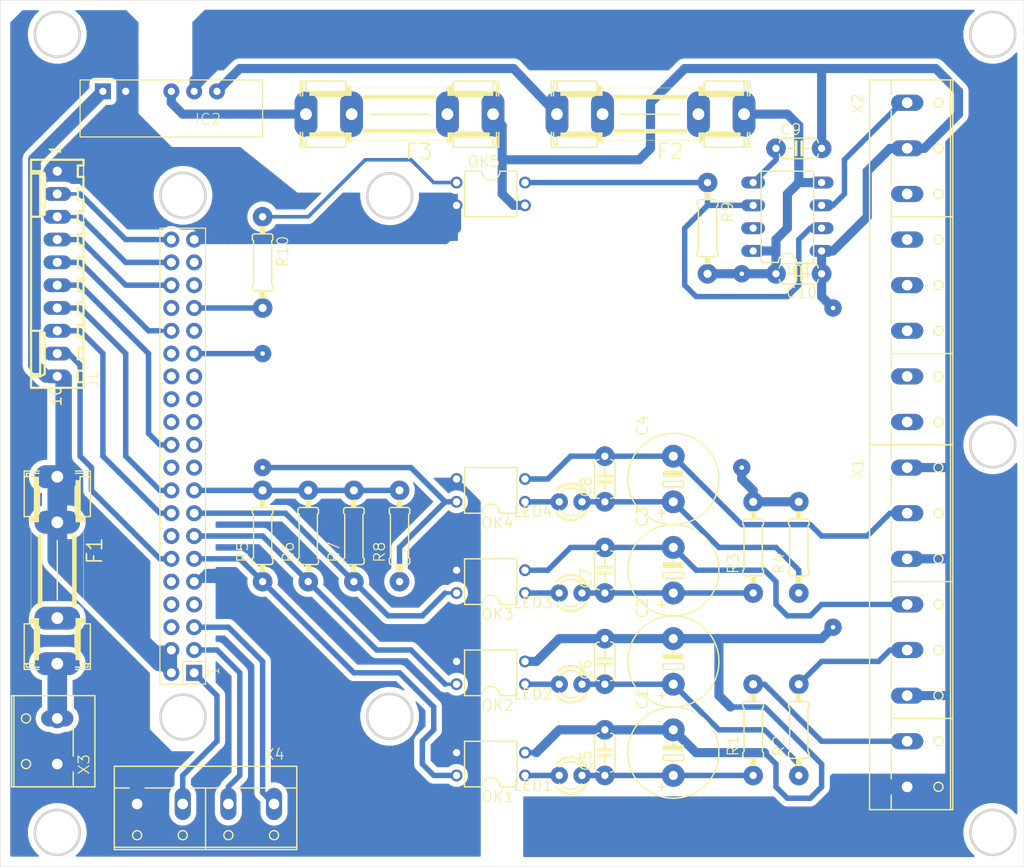
<source format=kicad_pcb>
(kicad_pcb (version 20171130) (host pcbnew 5.1.12-84ad8e8a86~92~ubuntu16.04.1)
  (layers (0 Top signal hide) (31 Bottom signal) (34 B.Paste user hide) (35 F.Paste user hide) (36 B.SilkS user hide) (37 F.SilkS user hide) (38 B.Mask user hide) (39 F.Mask user hide) (44 Edge.Cuts user))
  (net 0 "")
  (net 1 GND1)
  (net 2 +5V)
  (net 3 GND)
  (net 4 "Net-(OK1-Pad4)")
  (net 5 V-)
  (net 6 "Net-(LED1-PadK)")
  (net 7 "Net-(R1-Pad2)")
  (net 8 "Net-(C1-Pad+)")
  (net 9 "Net-(R2-Pad2)")
  (net 10 "Net-(C2-Pad+)")
  (net 11 V+)
  (net 12 "Net-(C3-Pad+)")
  (net 13 "Net-(C4-Pad+)")
  (net 14 "Net-(R5-Pad2)")
  (net 15 "Net-(OK2-Pad4)")
  (net 16 "Net-(OK3-Pad4)")
  (net 17 "Net-(OK4-Pad4)")
  (net 18 "Net-(IC1-Pad2)")
  (net 19 "Net-(R10-Pad2)")
  (net 20 "Net-(OK5-Pad1)")
  (net 21 "Net-(C3-Pad-)")
  (net 22 "Net-(C4-Pad-)")
  (net 23 "Net-(X2-Pad8)")
  (net 24 "Net-(X2-Pad7)")
  (net 25 "Net-(X2-Pad6)")
  (net 26 "Net-(X2-Pad5)")
  (net 27 "Net-(X2-Pad4)")
  (net 28 "Net-(X2-Pad3)")
  (net 29 "Net-(IC1-Pad3)")
  (net 30 "Net-(F1-Pad2A)")
  (net 31 "Net-(LED2-PadK)")
  (net 32 "Net-(LED3-PadK)")
  (net 33 "Net-(LED4-PadK)")
  (net 34 "Net-(C9-Pad1)")
  (net 35 "Net-(IC1-Pad7)")
  (net 36 "Net-(F2-Pad2A)")
  (net 37 "Net-(F3-Pad2A)")
  (net 38 "Net-(J1-Pad6)")
  (net 39 "Net-(J1-Pad5)")
  (net 40 "Net-(J1-Pad4)")
  (net 41 "Net-(J1-Pad7)")
  (net 42 "Net-(J1-Pad2)")
  (net 43 "Net-(J1-Pad3)")
  (net 44 "Net-(J1-Pad8)")
  (net 45 "Net-(J1-Pad9)")
  (net 46 "Net-(RPI1-Pad37)")
  (net 47 "Net-(RPI1-Pad35)")
  (net 48 "Net-(RPI1-Pad31)")
  (net 49 "Net-(RPI1-Pad28)")
  (net 50 "Net-(RPI1-Pad27)")
  (net 51 "Net-(RPI1-Pad26)")
  (net 52 "Net-(RPI1-Pad24)")
  (net 53 "Net-(RPI1-Pad23)")
  (net 54 "Net-(RPI1-Pad21)")
  (net 55 "Net-(RPI1-Pad19)")
  (net 56 "Net-(RPI1-Pad10)")
  (net 57 "Net-(RPI1-Pad8)")
  (net 58 "Net-(RPI1-Pad7)")
  (net 59 "Net-(RPI1-Pad5)")
  (net 60 "Net-(RPI1-Pad3)")
  (net 61 "Net-(RPI1-Pad1)")
  (module Capacitor_THT:C_Rect_L7.2mm_W11.0mm_P5.00mm_FKS2_FKP2_MKS2_MKP2 (layer Top) (at 236.25 90.2 90)
    (fp_text reference REF** (at 2.5 -6.75 90) (layer F.SilkS))
    (fp_text value C_Rect_L7.2mm_W11.0mm_P5.00mm_FKS2_FKP2_MKS2_MKP2)
    (pad 1 thru_hole circle (at 0 0 90) (size 1.6 1.6) (drill 0.8) (layers *.Cu *.Mask))
    (pad 2 thru_hole circle (at 5 0 90) (size 1.6 1.6) (drill 0.8) (layers *.Cu *.Mask))
  )
  (module Capacitor_THT:C_Rect_L7.2mm_W11.0mm_P5.00mm_FKS2_FKP2_MKS2_MKP2 (layer Top) (at 236.25 98.93 90)
    (fp_text reference REF** (at 2.5 -6.75 90) (layer F.SilkS))
    (fp_text value C_Rect_L7.2mm_W11.0mm_P5.00mm_FKS2_FKP2_MKS2_MKP2)
    (pad 1 thru_hole circle (at 0 0 90) (size 1.6 1.6) (drill 0.8) (layers *.Cu *.Mask))
    (pad 2 thru_hole circle (at 5 0 90) (size 1.6 1.6) (drill 0.8) (layers *.Cu *.Mask))
  )
  (module Capacitor_THT:C_Rect_L7.2mm_W11.0mm_P5.00mm_FKS2_FKP2_MKS2_MKP2 (layer Top) (at 236.56 107.66 90)
    (fp_text reference REF** (at 2.5 -6.75 90) (layer F.SilkS))
    (fp_text value C_Rect_L7.2mm_W11.0mm_P5.00mm_FKS2_FKP2_MKS2_MKP2)
    (pad 1 thru_hole circle (at 0 0 90) (size 1.6 1.6) (drill 0.8) (layers *.Cu *.Mask))
    (pad 2 thru_hole circle (at 5 0 90) (size 1.6 1.6) (drill 0.8) (layers *.Cu *.Mask))
  )
  (module Capacitor_THT:C_Rect_L7.2mm_W11.0mm_P5.00mm_FKS2_FKP2_MKS2_MKP2 (layer Top) (at 236.56 116.69 90)
    (fp_text reference REF** (at 2.5 -6.75 90) (layer F.SilkS))
    (fp_text value C_Rect_L7.2mm_W11.0mm_P5.00mm_FKS2_FKP2_MKS2_MKP2)
    (pad 1 thru_hole circle (at 0 0 90) (size 1.6 1.6) (drill 0.8) (layers *.Cu *.Mask))
    (pad 2 thru_hole circle (at 5 0 90) (size 1.6 1.6) (drill 0.8) (layers *.Cu *.Mask))
  )
  (module Capacitor_THT:C_Rect_L7.2mm_W11.0mm_P5.00mm_FKS2_FKP2_MKS2_MKP2 (layer Top) (at 235.95 151.3 90)
    (fp_text reference REF** (at 2.5 -6.75 90) (layer F.SilkS))
    (fp_text value C_Rect_L7.2mm_W11.0mm_P5.00mm_FKS2_FKP2_MKS2_MKP2)
    (pad 1 thru_hole circle (at 0 0 90) (size 1.6 1.6) (drill 0.8) (layers *.Cu *.Mask))
    (pad 2 thru_hole circle (at 5 0 90) (size 1.6 1.6) (drill 0.8) (layers *.Cu *.Mask))
  )
  (module Capacitor_THT:C_Rect_L7.2mm_W11.0mm_P5.00mm_FKS2_FKP2_MKS2_MKP2 (layer Top) (at 236.41 142.88 90)
    (fp_text reference REF** (at 2.5 -6.75 90) (layer F.SilkS))
    (fp_text value C_Rect_L7.2mm_W11.0mm_P5.00mm_FKS2_FKP2_MKS2_MKP2)
    (pad 1 thru_hole circle (at 0 0 90) (size 1.6 1.6) (drill 0.8) (layers *.Cu *.Mask))
    (pad 2 thru_hole circle (at 5 0 90) (size 1.6 1.6) (drill 0.8) (layers *.Cu *.Mask))
  )
  (module Capacitor_THT:C_Rect_L7.2mm_W11.0mm_P5.00mm_FKS2_FKP2_MKS2_MKP2 (layer Top) (at 236.41 134.3 90)
    (fp_text reference REF** (at 2.5 -6.75 90) (layer F.SilkS))
    (fp_text value C_Rect_L7.2mm_W11.0mm_P5.00mm_FKS2_FKP2_MKS2_MKP2)
    (pad 1 thru_hole circle (at 0 0 90) (size 1.6 1.6) (drill 0.8) (layers *.Cu *.Mask))
    (pad 2 thru_hole circle (at 5 0 90) (size 1.6 1.6) (drill 0.8) (layers *.Cu *.Mask))
  )
  (module Capacitor_THT:C_Rect_L7.2mm_W11.0mm_P5.00mm_FKS2_FKP2_MKS2_MKP2 (layer Top) (at 236.71 125.57 90)
    (fp_text reference REF** (at 2.5 -6.75 90) (layer F.SilkS))
    (fp_text value C_Rect_L7.2mm_W11.0mm_P5.00mm_FKS2_FKP2_MKS2_MKP2)
    (pad 1 thru_hole circle (at 0 0 90) (size 1.6 1.6) (drill 0.8) (layers *.Cu *.Mask))
    (pad 2 thru_hole circle (at 5 0 90) (size 1.6 1.6) (drill 0.8) (layers *.Cu *.Mask))
  )
  (module "" (layer Top) (at 234.88 133.68)
    (fp_text reference "" (at 237.33 150.07) (layer F.SilkS) (effects (font (size 1.27 1.27))))
    (fp_text value "" (at 237.33 150.07) (layer F.SilkS) (effects (font (size 1.27 1.27))))
  )
  (module lichsteuerung:RASPBERRYPI_BASTELSTUBE_V13_RASPI_BOARD_ZERO_FULL (layer Top) (at 113.1061 131.6686 90)
    (fp_text reference RPI1 hide)
    (fp_text value RPI-ZERO hide)
    (fp_text user 1 (at -0.318243 2.857631 90) (layer F.SilkS) (effects (font (size 0.9652 0.9652) (thickness 0.1016)) (justify left bottom)))
    (pad "" np_thru_hole circle (at 53.129256 -1.269868 90) (size 2.75 2.75) (drill 2.75) (layers *.Cu *.Mask))
    (pad "" np_thru_hole circle (at 53.129256 21.730131 90) (size 2.75 2.75) (drill 2.75) (layers *.Cu *.Mask))
    (pad "" np_thru_hole circle (at -4.870743 -1.269868 90) (size 2.75 2.75) (drill 2.75) (layers *.Cu *.Mask))
    (pad "" np_thru_hole circle (at -4.870743 21.730131 90) (size 2.75 2.75) (drill 2.75) (layers *.Cu *.Mask))
    (pad 40 thru_hole circle (at 48.259256 -2.539868 90) (size 1.778 1.778) (drill 1) (layers *.Cu *.Mask) (net 42 "Net-(J1-Pad2)"))
    (pad 39 thru_hole circle (at 48.259256 0.000131 90) (size 1.778 1.778) (drill 1) (layers *.Cu *.Mask) (net 3 GND))
    (pad 38 thru_hole circle (at 45.719256 -2.539868 90) (size 1.778 1.778) (drill 1) (layers *.Cu *.Mask) (net 43 "Net-(J1-Pad3)"))
    (pad 37 thru_hole circle (at 45.719256 0.000131 90) (size 1.778 1.778) (drill 1) (layers *.Cu *.Mask) (net 46 "Net-(RPI1-Pad37)"))
    (pad 36 thru_hole circle (at 43.179256 -2.539868 90) (size 1.778 1.778) (drill 1) (layers *.Cu *.Mask) (net 40 "Net-(J1-Pad4)"))
    (pad 35 thru_hole circle (at 43.179256 0.000131 90) (size 1.778 1.778) (drill 1) (layers *.Cu *.Mask) (net 47 "Net-(RPI1-Pad35)"))
    (pad 34 thru_hole circle (at 40.639256 -2.539868 90) (size 1.778 1.778) (drill 1) (layers *.Cu *.Mask) (net 3 GND))
    (pad 33 thru_hole circle (at 40.639256 0.000131 90) (size 1.778 1.778) (drill 1) (layers *.Cu *.Mask) (net 19 "Net-(R10-Pad2)"))
    (pad 32 thru_hole circle (at 38.099256 -2.539868 90) (size 1.778 1.778) (drill 1) (layers *.Cu *.Mask) (net 39 "Net-(J1-Pad5)"))
    (pad 31 thru_hole circle (at 38.099256 0.000131 90) (size 1.778 1.778) (drill 1) (layers *.Cu *.Mask) (net 48 "Net-(RPI1-Pad31)"))
    (pad 30 thru_hole circle (at 35.559256 -2.539868 90) (size 1.778 1.778) (drill 1) (layers *.Cu *.Mask) (net 3 GND))
    (pad 29 thru_hole circle (at 35.559256 0.000131 90) (size 1.778 1.778) (drill 1) (layers *.Cu *.Mask) (net 17 "Net-(OK4-Pad4)"))
    (pad 28 thru_hole circle (at 33.019256 -2.539868 90) (size 1.778 1.778) (drill 1) (layers *.Cu *.Mask) (net 49 "Net-(RPI1-Pad28)"))
    (pad 27 thru_hole circle (at 33.019256 0.000131 90) (size 1.778 1.778) (drill 1) (layers *.Cu *.Mask) (net 50 "Net-(RPI1-Pad27)"))
    (pad 26 thru_hole circle (at 30.479256 -2.539868 90) (size 1.778 1.778) (drill 1) (layers *.Cu *.Mask) (net 51 "Net-(RPI1-Pad26)"))
    (pad 25 thru_hole circle (at 30.479256 0.000131 90) (size 1.778 1.778) (drill 1) (layers *.Cu *.Mask) (net 3 GND))
    (pad 24 thru_hole circle (at 27.939256 -2.539868 90) (size 1.778 1.778) (drill 1) (layers *.Cu *.Mask) (net 52 "Net-(RPI1-Pad24)"))
    (pad 23 thru_hole circle (at 27.939256 0.000131 90) (size 1.778 1.778) (drill 1) (layers *.Cu *.Mask) (net 53 "Net-(RPI1-Pad23)"))
    (pad 22 thru_hole circle (at 25.399256 -2.539868 90) (size 1.778 1.778) (drill 1) (layers *.Cu *.Mask) (net 38 "Net-(J1-Pad6)"))
    (pad 21 thru_hole circle (at 25.399256 0.000131 90) (size 1.778 1.778) (drill 1) (layers *.Cu *.Mask) (net 54 "Net-(RPI1-Pad21)"))
    (pad 20 thru_hole circle (at 22.859256 -2.539868 90) (size 1.778 1.778) (drill 1) (layers *.Cu *.Mask) (net 3 GND))
    (pad 19 thru_hole circle (at 22.859256 0.000131 90) (size 1.778 1.778) (drill 1) (layers *.Cu *.Mask) (net 55 "Net-(RPI1-Pad19)"))
    (pad 18 thru_hole circle (at 20.319256 -2.539868 90) (size 1.778 1.778) (drill 1) (layers *.Cu *.Mask) (net 41 "Net-(J1-Pad7)"))
    (pad 17 thru_hole circle (at 20.319256 0.000131 90) (size 1.778 1.778) (drill 1) (layers *.Cu *.Mask) (net 14 "Net-(R5-Pad2)"))
    (pad 16 thru_hole circle (at 17.779256 -2.539868 90) (size 1.778 1.778) (drill 1) (layers *.Cu *.Mask) (net 44 "Net-(J1-Pad8)"))
    (pad 15 thru_hole circle (at 17.779256 0.000131 90) (size 1.778 1.778) (drill 1) (layers *.Cu *.Mask) (net 16 "Net-(OK3-Pad4)"))
    (pad 14 thru_hole circle (at 15.239256 -2.539868 90) (size 1.778 1.778) (drill 1) (layers *.Cu *.Mask) (net 3 GND))
    (pad 13 thru_hole circle (at 15.239256 0.000131 90) (size 1.778 1.778) (drill 1) (layers *.Cu *.Mask) (net 15 "Net-(OK2-Pad4)"))
    (pad 12 thru_hole circle (at 12.699256 -2.539868 90) (size 1.778 1.778) (drill 1) (layers *.Cu *.Mask) (net 45 "Net-(J1-Pad9)"))
    (pad 11 thru_hole circle (at 12.699256 0.000131 90) (size 1.778 1.778) (drill 1) (layers *.Cu *.Mask) (net 4 "Net-(OK1-Pad4)"))
    (pad 10 thru_hole circle (at 10.159256 -2.539868 90) (size 1.778 1.778) (drill 1) (layers *.Cu *.Mask) (net 56 "Net-(RPI1-Pad10)"))
    (pad 9 thru_hole circle (at 10.159256 0.000131 90) (size 1.778 1.778) (drill 1) (layers *.Cu *.Mask) (net 3 GND))
    (pad 8 thru_hole circle (at 7.619256 -2.539868 90) (size 1.778 1.778) (drill 1) (layers *.Cu *.Mask) (net 57 "Net-(RPI1-Pad8)"))
    (pad 7 thru_hole circle (at 7.619256 0.000131 90) (size 1.778 1.778) (drill 1) (layers *.Cu *.Mask) (net 58 "Net-(RPI1-Pad7)"))
    (pad 6 thru_hole circle (at 5.079256 -2.539868 90) (size 1.778 1.778) (drill 1) (layers *.Cu *.Mask) (net 3 GND))
    (pad 5 thru_hole circle (at 5.079256 0.000131 90) (size 1.778 1.778) (drill 1) (layers *.Cu *.Mask) (net 59 "Net-(RPI1-Pad5)"))
    (pad 4 thru_hole circle (at 2.539256 -2.539868 90) (size 1.778 1.778) (drill 1) (layers *.Cu *.Mask) (net 2 +5V))
    (pad 3 thru_hole circle (at 2.539256 0.000131 90) (size 1.778 1.778) (drill 1) (layers *.Cu *.Mask) (net 60 "Net-(RPI1-Pad3)"))
    (pad 2 thru_hole circle (at -0.000743 -2.539868 90) (size 1.778 1.778) (drill 1) (layers *.Cu *.Mask) (net 2 +5V))
    (pad 1 thru_hole rect (at -0.000743 0.000131 90) (size 1.778 1.778) (drill 1) (layers *.Cu *.Mask) (net 61 "Net-(RPI1-Pad1)"))
  )
  (module Package_DIP:DIP-16_W7.62mm (layer Top) (at 217.17 142.24 180)
    (fp_text reference REF** (at 3.81 -2.33) (layer F.SilkS))
    (fp_text value DIP-16_W7.62mm)
    (pad 16 thru_hole oval (at 7.62 0 180) (size 1.6 1.6) (drill 0.8) (layers *.Cu *.Mask))
    (pad 8 thru_hole oval (at 0 17.78 180) (size 1.6 1.6) (drill 0.8) (layers *.Cu *.Mask))
    (pad 15 thru_hole oval (at 7.62 2.54 180) (size 1.6 1.6) (drill 0.8) (layers *.Cu *.Mask))
    (pad 7 thru_hole oval (at 0 15.24 180) (size 1.6 1.6) (drill 0.8) (layers *.Cu *.Mask))
    (pad 14 thru_hole oval (at 7.62 5.08 180) (size 1.6 1.6) (drill 0.8) (layers *.Cu *.Mask))
    (pad 6 thru_hole oval (at 0 12.7 180) (size 1.6 1.6) (drill 0.8) (layers *.Cu *.Mask))
    (pad 13 thru_hole oval (at 7.62 7.62 180) (size 1.6 1.6) (drill 0.8) (layers *.Cu *.Mask))
    (pad 5 thru_hole oval (at 0 10.16 180) (size 1.6 1.6) (drill 0.8) (layers *.Cu *.Mask))
    (pad 12 thru_hole oval (at 7.62 10.16 180) (size 1.6 1.6) (drill 0.8) (layers *.Cu *.Mask))
    (pad 4 thru_hole oval (at 0 7.62 180) (size 1.6 1.6) (drill 0.8) (layers *.Cu *.Mask))
    (pad 11 thru_hole oval (at 7.62 12.7 180) (size 1.6 1.6) (drill 0.8) (layers *.Cu *.Mask))
    (pad 3 thru_hole oval (at 0 5.08 180) (size 1.6 1.6) (drill 0.8) (layers *.Cu *.Mask))
    (pad 10 thru_hole oval (at 7.62 15.24 180) (size 1.6 1.6) (drill 0.8) (layers *.Cu *.Mask))
    (pad 2 thru_hole oval (at 0 2.54 180) (size 1.6 1.6) (drill 0.8) (layers *.Cu *.Mask))
    (pad 9 thru_hole oval (at 7.62 17.78 180) (size 1.6 1.6) (drill 0.8) (layers *.Cu *.Mask))
    (pad 1 thru_hole rect (at 0 0 180) (size 1.6 1.6) (drill 0.8) (layers *.Cu *.Mask))
  )
  (module Package_DIP:DIP-16_W7.62mm (layer Top) (at 217.17 115.57 180)
    (fp_text reference REF** (at 3.81 -2.33) (layer F.SilkS))
    (fp_text value DIP-16_W7.62mm)
    (pad 16 thru_hole oval (at 7.62 0 180) (size 1.6 1.6) (drill 0.8) (layers *.Cu *.Mask))
    (pad 8 thru_hole oval (at 0 17.78 180) (size 1.6 1.6) (drill 0.8) (layers *.Cu *.Mask))
    (pad 15 thru_hole oval (at 7.62 2.54 180) (size 1.6 1.6) (drill 0.8) (layers *.Cu *.Mask))
    (pad 7 thru_hole oval (at 0 15.24 180) (size 1.6 1.6) (drill 0.8) (layers *.Cu *.Mask))
    (pad 14 thru_hole oval (at 7.62 5.08 180) (size 1.6 1.6) (drill 0.8) (layers *.Cu *.Mask))
    (pad 6 thru_hole oval (at 0 12.7 180) (size 1.6 1.6) (drill 0.8) (layers *.Cu *.Mask))
    (pad 13 thru_hole oval (at 7.62 7.62 180) (size 1.6 1.6) (drill 0.8) (layers *.Cu *.Mask))
    (pad 5 thru_hole oval (at 0 10.16 180) (size 1.6 1.6) (drill 0.8) (layers *.Cu *.Mask))
    (pad 12 thru_hole oval (at 7.62 10.16 180) (size 1.6 1.6) (drill 0.8) (layers *.Cu *.Mask))
    (pad 4 thru_hole oval (at 0 7.62 180) (size 1.6 1.6) (drill 0.8) (layers *.Cu *.Mask))
    (pad 11 thru_hole oval (at 7.62 12.7 180) (size 1.6 1.6) (drill 0.8) (layers *.Cu *.Mask))
    (pad 3 thru_hole oval (at 0 5.08 180) (size 1.6 1.6) (drill 0.8) (layers *.Cu *.Mask))
    (pad 10 thru_hole oval (at 7.62 15.24 180) (size 1.6 1.6) (drill 0.8) (layers *.Cu *.Mask))
    (pad 2 thru_hole oval (at 0 2.54 180) (size 1.6 1.6) (drill 0.8) (layers *.Cu *.Mask))
    (pad 9 thru_hole oval (at 7.62 17.78 180) (size 1.6 1.6) (drill 0.8) (layers *.Cu *.Mask))
    (pad 1 thru_hole rect (at 0 0 180) (size 1.6 1.6) (drill 0.8) (layers *.Cu *.Mask))
  )
  (module "" (layer Top) (at 97.8661 60.5486)
    (fp_text reference @HOLE0 hide)
    (fp_text value "" (at 0 0) (layer F.SilkS) (effects (font (size 1.27 1.27))))
    (pad "" np_thru_hole circle (at 0 0) (size 2.8 2.8) (drill 2.8) (layers *.Cu *.Mask))
  )
  (module "" (layer Top) (at 202.0061 60.5486)
    (fp_text reference @HOLE1 hide)
    (fp_text value "" (at 0 0) (layer F.SilkS) (effects (font (size 1.27 1.27))))
    (pad "" np_thru_hole circle (at 0 0) (size 2.8 2.8) (drill 2.8) (layers *.Cu *.Mask))
  )
  (module "" (layer Top) (at 202.0061 106.2686)
    (fp_text reference @HOLE2 hide)
    (fp_text value "" (at 0 0) (layer F.SilkS) (effects (font (size 1.27 1.27))))
    (pad "" np_thru_hole circle (at 0 0) (size 2.8 2.8) (drill 2.8) (layers *.Cu *.Mask))
  )
  (module "" (layer Top) (at 202.0061 106.2686)
    (fp_text reference @HOLE3 hide)
    (fp_text value "" (at 0 0) (layer F.SilkS) (effects (font (size 1.27 1.27))))
    (pad "" np_thru_hole circle (at 0 0) (size 2.8 2.8) (drill 2.8) (layers *.Cu *.Mask))
  )
  (module "" (layer Top) (at 202.0061 149.4486)
    (fp_text reference @HOLE4 hide)
    (fp_text value "" (at 0 0) (layer F.SilkS) (effects (font (size 1.27 1.27))))
    (pad "" np_thru_hole circle (at 0 0) (size 2.8 2.8) (drill 2.8) (layers *.Cu *.Mask))
  )
  (module "" (layer Top) (at 202.0061 149.4486)
    (fp_text reference @HOLE5 hide)
    (fp_text value "" (at 0 0) (layer F.SilkS) (effects (font (size 1.27 1.27))))
    (pad "" np_thru_hole circle (at 0 0) (size 2.8 2.8) (drill 2.8) (layers *.Cu *.Mask))
  )
  (module "" (layer Top) (at 97.8661 149.4486)
    (fp_text reference @HOLE6 hide)
    (fp_text value "" (at 0 0) (layer F.SilkS) (effects (font (size 1.27 1.27))))
    (pad "" np_thru_hole circle (at 0 0) (size 2.8 2.8) (drill 2.8) (layers *.Cu *.Mask))
  )
  (module lichsteuerung:E5-10,5 (layer Top) (at 166.4461 140.5586 90)
    (fp_text reference C1 (at 4.699 -2.7432 90) (layer F.SilkS) (effects (font (size 1.2065 1.2065) (thickness 0.127)) (justify left bottom)))
    (fp_text value 100u)
    (pad - thru_hole circle (at 2.54 0 90) (size 2.54 2.54) (drill 1.016) (layers *.Cu *.Mask) (net 5 V-))
    (pad + thru_hole circle (at -2.54 0 90) (size 2.54 2.54) (drill 1.016) (layers *.Cu *.Mask) (net 8 "Net-(C1-Pad+)"))
  )
  (module lichsteuerung:C050-024X044 (layer Top) (at 180.4161 87.2186 180)
    (fp_text reference C10 (at -2.159 -1.397 180) (layer F.SilkS) (effects (font (size 1.2065 1.2065) (thickness 0.127)) (justify right top)))
    (fp_text value 100n)
    (pad 2 thru_hole circle (at 2.54 0 180) (size 2.1844 2.1844) (drill 0.8128) (layers *.Cu *.Mask) (net 11 V+))
    (pad 1 thru_hole circle (at -2.54 0 180) (size 2.1844 2.1844) (drill 0.8128) (layers *.Cu *.Mask) (net 5 V-))
  )
  (module lichsteuerung:E5-10,5 (layer Top) (at 166.4461 130.3986 90)
    (fp_text reference C2 (at 4.699 -2.7432 90) (layer F.SilkS) (effects (font (size 1.2065 1.2065) (thickness 0.127)) (justify left bottom)))
    (fp_text value 100u)
    (pad - thru_hole circle (at 2.54 0 90) (size 2.54 2.54) (drill 1.016) (layers *.Cu *.Mask) (net 5 V-))
    (pad + thru_hole circle (at -2.54 0 90) (size 2.54 2.54) (drill 1.016) (layers *.Cu *.Mask) (net 10 "Net-(C2-Pad+)"))
  )
  (module lichsteuerung:E5-10,5 (layer Top) (at 166.4461 120.2386 90)
    (fp_text reference C3 (at 4.699 -2.7432 90) (layer F.SilkS) (effects (font (size 1.2065 1.2065) (thickness 0.127)) (justify left bottom)))
    (fp_text value 100u)
    (pad - thru_hole circle (at 2.54 0 90) (size 2.54 2.54) (drill 1.016) (layers *.Cu *.Mask) (net 21 "Net-(C3-Pad-)"))
    (pad + thru_hole circle (at -2.54 0 90) (size 2.54 2.54) (drill 1.016) (layers *.Cu *.Mask) (net 12 "Net-(C3-Pad+)"))
  )
  (module lichsteuerung:E5-10,5 (layer Top) (at 166.4461 110.0786 90)
    (fp_text reference C4 (at 4.699 -2.7432 90) (layer F.SilkS) (effects (font (size 1.2065 1.2065) (thickness 0.127)) (justify left bottom)))
    (fp_text value 100u)
    (pad - thru_hole circle (at 2.54 0 90) (size 2.54 2.54) (drill 1.016) (layers *.Cu *.Mask) (net 22 "Net-(C4-Pad-)"))
    (pad + thru_hole circle (at -2.54 0 90) (size 2.54 2.54) (drill 1.016) (layers *.Cu *.Mask) (net 13 "Net-(C4-Pad+)"))
  )
  (module lichsteuerung:C050-024X044 (layer Top) (at 158.8261 140.5586 90)
    (fp_text reference C5 (at -2.159 -1.397 90) (layer F.SilkS) (effects (font (size 1.2065 1.2065) (thickness 0.127)) (justify left bottom)))
    (fp_text value 100n)
    (pad 2 thru_hole circle (at 2.54 0 90) (size 2.1844 2.1844) (drill 0.8128) (layers *.Cu *.Mask) (net 5 V-))
    (pad 1 thru_hole circle (at -2.54 0 90) (size 2.1844 2.1844) (drill 0.8128) (layers *.Cu *.Mask) (net 8 "Net-(C1-Pad+)"))
  )
  (module lichsteuerung:C050-024X044 (layer Top) (at 158.8261 130.3986 90)
    (fp_text reference C6 (at -2.159 -1.397 90) (layer F.SilkS) (effects (font (size 1.2065 1.2065) (thickness 0.127)) (justify left bottom)))
    (fp_text value 100n)
    (pad 2 thru_hole circle (at 2.54 0 90) (size 2.1844 2.1844) (drill 0.8128) (layers *.Cu *.Mask) (net 5 V-))
    (pad 1 thru_hole circle (at -2.54 0 90) (size 2.1844 2.1844) (drill 0.8128) (layers *.Cu *.Mask) (net 10 "Net-(C2-Pad+)"))
  )
  (module lichsteuerung:C050-024X044 (layer Top) (at 158.8261 120.2386 90)
    (fp_text reference C7 (at -2.159 -1.397 90) (layer F.SilkS) (effects (font (size 1.2065 1.2065) (thickness 0.127)) (justify left bottom)))
    (fp_text value 100n)
    (pad 2 thru_hole circle (at 2.54 0 90) (size 2.1844 2.1844) (drill 0.8128) (layers *.Cu *.Mask) (net 21 "Net-(C3-Pad-)"))
    (pad 1 thru_hole circle (at -2.54 0 90) (size 2.1844 2.1844) (drill 0.8128) (layers *.Cu *.Mask) (net 12 "Net-(C3-Pad+)"))
  )
  (module lichsteuerung:C050-024X044 (layer Top) (at 158.8261 110.0786 90)
    (fp_text reference C8 (at -2.159 -1.397 90) (layer F.SilkS) (effects (font (size 1.2065 1.2065) (thickness 0.127)) (justify left bottom)))
    (fp_text value 100n)
    (pad 2 thru_hole circle (at 2.54 0 90) (size 2.1844 2.1844) (drill 0.8128) (layers *.Cu *.Mask) (net 22 "Net-(C4-Pad-)"))
    (pad 1 thru_hole circle (at -2.54 0 90) (size 2.1844 2.1844) (drill 0.8128) (layers *.Cu *.Mask) (net 13 "Net-(C4-Pad+)"))
  )
  (module lichsteuerung:C050-024X044 (layer Top) (at 180.4161 73.2486)
    (fp_text reference C9 (at -2.159 -1.397) (layer F.SilkS) (effects (font (size 1.2065 1.2065) (thickness 0.127)) (justify left bottom)))
    (fp_text value 100n)
    (pad 2 thru_hole circle (at 2.54 0) (size 2.1844 2.1844) (drill 0.8128) (layers *.Cu *.Mask) (net 5 V-))
    (pad 1 thru_hole circle (at -2.54 0) (size 2.1844 2.1844) (drill 0.8128) (layers *.Cu *.Mask) (net 34 "Net-(C9-Pad1)"))
  )
  (module lichsteuerung:DIL-08 (layer Top) (at 179.1461 80.8686 90)
    (fp_text reference IC1 (at -5.334 2.921 180) (layer F.SilkS) (effects (font (size 1.2065 1.2065) (thickness 0.127)) (justify right top)))
    (fp_text value NE555)
    (pad 5 thru_hole oval (at 3.81 -3.81 180) (size 2.6416 1.3208) (drill 0.8128) (layers *.Cu *.Mask) (net 34 "Net-(C9-Pad1)"))
    (pad 6 thru_hole oval (at 1.27 -3.81 180) (size 2.6416 1.3208) (drill 0.8128) (layers *.Cu *.Mask) (net 18 "Net-(IC1-Pad2)"))
    (pad 4 thru_hole oval (at 3.81 3.81 180) (size 2.6416 1.3208) (drill 0.8128) (layers *.Cu *.Mask) (net 11 V+))
    (pad 3 thru_hole oval (at 1.27 3.81 180) (size 2.6416 1.3208) (drill 0.8128) (layers *.Cu *.Mask) (net 29 "Net-(IC1-Pad3)"))
    (pad 8 thru_hole oval (at -3.81 -3.81 180) (size 2.6416 1.3208) (drill 0.8128) (layers *.Cu *.Mask) (net 11 V+))
    (pad 7 thru_hole oval (at -1.27 -3.81 180) (size 2.6416 1.3208) (drill 0.8128) (layers *.Cu *.Mask) (net 35 "Net-(IC1-Pad7)"))
    (pad 2 thru_hole oval (at -1.27 3.81 180) (size 2.6416 1.3208) (drill 0.8128) (layers *.Cu *.Mask) (net 18 "Net-(IC1-Pad2)"))
    (pad 1 thru_hole oval (at -3.81 3.81 180) (size 2.6416 1.3208) (drill 0.8128) (layers *.Cu *.Mask) (net 5 V-))
  )
  (module lichsteuerung:MURATA_DCDC_1W_SIP (layer Top) (at 102.9461 66.8986)
    (fp_text reference IC2 (at 10.16 3.81) (layer F.SilkS) (effects (font (size 1.2065 1.2065) (thickness 0.1016)) (justify left bottom)))
    (fp_text value NMA0505SC)
    (pad 6 thru_hole circle (at 12.7 0) (size 1.778 1.778) (drill 0.8) (layers *.Cu *.Mask) (net 36 "Net-(F2-Pad2A)"))
    (pad 5 thru_hole circle (at 10.16 0) (size 1.778 1.778) (drill 0.8) (layers *.Cu *.Mask) (net 1 GND1))
    (pad 4 thru_hole circle (at 7.62 0) (size 1.778 1.778) (drill 0.8) (layers *.Cu *.Mask) (net 37 "Net-(F3-Pad2A)"))
    (pad 2 thru_hole circle (at 2.54 0) (size 1.778 1.778) (drill 0.8) (layers *.Cu *.Mask) (net 3 GND))
    (pad 1 thru_hole rect (at 0 0) (size 1.778 1.778) (drill 0.8) (layers *.Cu *.Mask) (net 2 +5V))
  )
  (module lichsteuerung:6410-10 (layer Top) (at 97.8661 87.2186 90)
    (fp_text reference J1 (at -12.6731 4.5989 90) (layer F.SilkS) (effects (font (size 0.9652 0.9652) (thickness 0.1016)) (justify left bottom)))
    (fp_text value 22-?-1027-2101)
    (fp_text user 10 (at -14.8859 0.5603 90) (layer F.SilkS) (effects (font (size 1.2065 1.2065) (thickness 0.1778)) (justify left bottom)))
    (fp_text user 1 (at 13.1811 0.4841 90) (layer F.SilkS) (effects (font (size 1.2065 1.2065) (thickness 0.1778)) (justify left bottom)))
    (pad 6 thru_hole oval (at -1.27 0 180) (size 3.048 1.524) (drill 1.016) (layers *.Cu *.Mask) (net 38 "Net-(J1-Pad6)"))
    (pad 5 thru_hole oval (at 1.27 0 180) (size 3.048 1.524) (drill 1.016) (layers *.Cu *.Mask) (net 39 "Net-(J1-Pad5)"))
    (pad 4 thru_hole oval (at 3.81 0 180) (size 3.048 1.524) (drill 1.016) (layers *.Cu *.Mask) (net 40 "Net-(J1-Pad4)"))
    (pad 7 thru_hole oval (at -3.81 0 180) (size 3.048 1.524) (drill 1.016) (layers *.Cu *.Mask) (net 41 "Net-(J1-Pad7)"))
    (pad 1 thru_hole oval (at 11.43 0 180) (size 3.048 1.524) (drill 1.016) (layers *.Cu *.Mask) (net 3 GND))
    (pad 2 thru_hole oval (at 8.89 0 180) (size 3.048 1.524) (drill 1.016) (layers *.Cu *.Mask) (net 42 "Net-(J1-Pad2)"))
    (pad 3 thru_hole oval (at 6.35 0 180) (size 3.048 1.524) (drill 1.016) (layers *.Cu *.Mask) (net 43 "Net-(J1-Pad3)"))
    (pad 8 thru_hole oval (at -6.35 0 180) (size 3.048 1.524) (drill 1.016) (layers *.Cu *.Mask) (net 44 "Net-(J1-Pad8)"))
    (pad 9 thru_hole oval (at -8.89 0 180) (size 3.048 1.524) (drill 1.016) (layers *.Cu *.Mask) (net 45 "Net-(J1-Pad9)"))
    (pad 10 thru_hole oval (at -11.43 0 180) (size 3.048 1.524) (drill 1.016) (layers *.Cu *.Mask) (net 2 +5V))
  )
  (module lichsteuerung:LED3MM (layer Top) (at 155.0161 143.0986 180)
    (fp_text reference LED1 (at 1.905 -0.381 180) (layer F.SilkS) (effects (font (size 1.2065 1.2065) (thickness 0.127)) (justify right top)))
    (fp_text value LED3MM)
    (pad K thru_hole circle (at 1.27 0 180) (size 1.9304 1.9304) (drill 0.8128) (layers *.Cu *.Mask) (net 6 "Net-(LED1-PadK)"))
    (pad A thru_hole circle (at -1.27 0 180) (size 1.9304 1.9304) (drill 0.8128) (layers *.Cu *.Mask) (net 8 "Net-(C1-Pad+)"))
  )
  (module lichsteuerung:LED3MM (layer Top) (at 155.0161 132.9386 180)
    (fp_text reference LED2 (at 1.905 -0.381 180) (layer F.SilkS) (effects (font (size 1.2065 1.2065) (thickness 0.127)) (justify right top)))
    (fp_text value LED3MM)
    (pad K thru_hole circle (at 1.27 0 180) (size 1.9304 1.9304) (drill 0.8128) (layers *.Cu *.Mask) (net 31 "Net-(LED2-PadK)"))
    (pad A thru_hole circle (at -1.27 0 180) (size 1.9304 1.9304) (drill 0.8128) (layers *.Cu *.Mask) (net 10 "Net-(C2-Pad+)"))
  )
  (module lichsteuerung:LED3MM (layer Top) (at 155.0161 122.7786 180)
    (fp_text reference LED3 (at 1.905 -0.381 180) (layer F.SilkS) (effects (font (size 1.2065 1.2065) (thickness 0.127)) (justify right top)))
    (fp_text value LED3MM)
    (pad K thru_hole circle (at 1.27 0 180) (size 1.9304 1.9304) (drill 0.8128) (layers *.Cu *.Mask) (net 32 "Net-(LED3-PadK)"))
    (pad A thru_hole circle (at -1.27 0 180) (size 1.9304 1.9304) (drill 0.8128) (layers *.Cu *.Mask) (net 12 "Net-(C3-Pad+)"))
  )
  (module lichsteuerung:LED3MM (layer Top) (at 155.0161 112.6186 180)
    (fp_text reference LED4 (at 1.905 -0.381 180) (layer F.SilkS) (effects (font (size 1.2065 1.2065) (thickness 0.127)) (justify right top)))
    (fp_text value LED3MM)
    (pad K thru_hole circle (at 1.27 0 180) (size 1.9304 1.9304) (drill 0.8128) (layers *.Cu *.Mask) (net 33 "Net-(LED4-PadK)"))
    (pad A thru_hole circle (at -1.27 0 180) (size 1.9304 1.9304) (drill 0.8128) (layers *.Cu *.Mask) (net 13 "Net-(C4-Pad+)"))
  )
  (module lichsteuerung:DIL04 (layer Top) (at 146.1261 141.8286 90)
    (fp_text reference OK1 (at -2.921 2.667 180) (layer F.SilkS) (effects (font (size 1.2065 1.2065) (thickness 0.127)) (justify right top)))
    (fp_text value PC817)
    (pad 4 thru_hole circle (at -1.27 -3.81 180) (size 1.3208 1.3208) (drill 0.8128) (layers *.Cu *.Mask) (net 4 "Net-(OK1-Pad4)"))
    (pad 3 thru_hole circle (at 1.27 -3.81 180) (size 1.3208 1.3208) (drill 0.8128) (layers *.Cu *.Mask) (net 3 GND))
    (pad 2 thru_hole circle (at 1.27 3.81) (size 1.3208 1.3208) (drill 0.8128) (layers *.Cu *.Mask) (net 5 V-))
    (pad 1 thru_hole circle (at -1.27 3.81) (size 1.3208 1.3208) (drill 0.8128) (layers *.Cu *.Mask) (net 6 "Net-(LED1-PadK)"))
  )
  (module lichsteuerung:DIL04 (layer Top) (at 146.1261 131.6686 90)
    (fp_text reference OK2 (at -2.921 2.667 180) (layer F.SilkS) (effects (font (size 1.2065 1.2065) (thickness 0.127)) (justify right top)))
    (fp_text value PC817)
    (pad 4 thru_hole circle (at -1.27 -3.81 180) (size 1.3208 1.3208) (drill 0.8128) (layers *.Cu *.Mask) (net 15 "Net-(OK2-Pad4)"))
    (pad 3 thru_hole circle (at 1.27 -3.81 180) (size 1.3208 1.3208) (drill 0.8128) (layers *.Cu *.Mask) (net 3 GND))
    (pad 2 thru_hole circle (at 1.27 3.81) (size 1.3208 1.3208) (drill 0.8128) (layers *.Cu *.Mask) (net 5 V-))
    (pad 1 thru_hole circle (at -1.27 3.81) (size 1.3208 1.3208) (drill 0.8128) (layers *.Cu *.Mask) (net 31 "Net-(LED2-PadK)"))
  )
  (module lichsteuerung:DIL04 (layer Top) (at 146.1261 121.5086 90)
    (fp_text reference OK3 (at -2.921 2.667 180) (layer F.SilkS) (effects (font (size 1.2065 1.2065) (thickness 0.127)) (justify right top)))
    (fp_text value PC817)
    (pad 4 thru_hole circle (at -1.27 -3.81 180) (size 1.3208 1.3208) (drill 0.8128) (layers *.Cu *.Mask) (net 16 "Net-(OK3-Pad4)"))
    (pad 3 thru_hole circle (at 1.27 -3.81 180) (size 1.3208 1.3208) (drill 0.8128) (layers *.Cu *.Mask) (net 3 GND))
    (pad 2 thru_hole circle (at 1.27 3.81) (size 1.3208 1.3208) (drill 0.8128) (layers *.Cu *.Mask) (net 21 "Net-(C3-Pad-)"))
    (pad 1 thru_hole circle (at -1.27 3.81) (size 1.3208 1.3208) (drill 0.8128) (layers *.Cu *.Mask) (net 32 "Net-(LED3-PadK)"))
  )
  (module lichsteuerung:DIL04 (layer Top) (at 146.1261 111.3486 90)
    (fp_text reference OK4 (at -2.921 2.667 180) (layer F.SilkS) (effects (font (size 1.2065 1.2065) (thickness 0.127)) (justify right top)))
    (fp_text value PC817)
    (pad 4 thru_hole circle (at -1.27 -3.81 180) (size 1.3208 1.3208) (drill 0.8128) (layers *.Cu *.Mask) (net 17 "Net-(OK4-Pad4)"))
    (pad 3 thru_hole circle (at 1.27 -3.81 180) (size 1.3208 1.3208) (drill 0.8128) (layers *.Cu *.Mask) (net 3 GND))
    (pad 2 thru_hole circle (at 1.27 3.81) (size 1.3208 1.3208) (drill 0.8128) (layers *.Cu *.Mask) (net 22 "Net-(C4-Pad-)"))
    (pad 1 thru_hole circle (at -1.27 3.81) (size 1.3208 1.3208) (drill 0.8128) (layers *.Cu *.Mask) (net 33 "Net-(LED4-PadK)"))
  )
  (module lichsteuerung:DIL04 (layer Top) (at 146.1261 78.3286 270)
    (fp_text reference OK5 (at -2.921 2.667) (layer F.SilkS) (effects (font (size 1.2065 1.2065) (thickness 0.127)) (justify left bottom)))
    (fp_text value PC817)
    (pad 4 thru_hole circle (at -1.27 -3.81) (size 1.3208 1.3208) (drill 0.8128) (layers *.Cu *.Mask) (net 18 "Net-(IC1-Pad2)"))
    (pad 3 thru_hole circle (at 1.27 -3.81) (size 1.3208 1.3208) (drill 0.8128) (layers *.Cu *.Mask) (net 5 V-))
    (pad 2 thru_hole circle (at 1.27 3.81 180) (size 1.3208 1.3208) (drill 0.8128) (layers *.Cu *.Mask) (net 3 GND))
    (pad 1 thru_hole circle (at -1.27 3.81 180) (size 1.3208 1.3208) (drill 0.8128) (layers *.Cu *.Mask) (net 20 "Net-(OK5-Pad1)"))
  )
  (module lichsteuerung:0207_10 (layer Top) (at 175.3361 138.0186 90)
    (fp_text reference R1 (at -3.048 -1.524 90) (layer F.SilkS) (effects (font (size 1.2065 1.2065) (thickness 0.127)) (justify left bottom)))
    (fp_text value 1K)
    (pad 2 thru_hole circle (at 5.08 0 90) (size 2.1844 2.1844) (drill 0.9) (layers *.Cu *.Mask) (net 7 "Net-(R1-Pad2)"))
    (pad 1 thru_hole circle (at -5.08 0 90) (size 2.1844 2.1844) (drill 0.8128) (layers *.Cu *.Mask) (net 8 "Net-(C1-Pad+)"))
  )
  (module lichsteuerung:0207_10 (layer Top) (at 120.7261 85.9486 270)
    (fp_text reference R10 (at -3.048 -1.524 270) (layer F.SilkS) (effects (font (size 1.2065 1.2065) (thickness 0.127)) (justify right top)))
    (fp_text value 2K2)
    (pad 2 thru_hole circle (at 5.08 0 270) (size 2.1844 2.1844) (drill 0.9) (layers *.Cu *.Mask) (net 19 "Net-(R10-Pad2)"))
    (pad 1 thru_hole circle (at -5.08 0 270) (size 2.1844 2.1844) (drill 0.8128) (layers *.Cu *.Mask) (net 20 "Net-(OK5-Pad1)"))
  )
  (module lichsteuerung:0207_10 (layer Top) (at 180.4161 138.0186 90)
    (fp_text reference R2 (at -3.048 -1.524 90) (layer F.SilkS) (effects (font (size 1.2065 1.2065) (thickness 0.127)) (justify left bottom)))
    (fp_text value 1K)
    (pad 2 thru_hole circle (at 5.08 0 90) (size 2.1844 2.1844) (drill 0.9) (layers *.Cu *.Mask) (net 9 "Net-(R2-Pad2)"))
    (pad 1 thru_hole circle (at -5.08 0 90) (size 2.1844 2.1844) (drill 0.8128) (layers *.Cu *.Mask) (net 10 "Net-(C2-Pad+)"))
  )
  (module lichsteuerung:0207_10 (layer Top) (at 175.3361 117.6986 90)
    (fp_text reference R3 (at -3.048 -1.524 90) (layer F.SilkS) (effects (font (size 1.2065 1.2065) (thickness 0.127)) (justify left bottom)))
    (fp_text value 1K)
    (pad 2 thru_hole circle (at 5.08 0 90) (size 2.1844 2.1844) (drill 0.9) (layers *.Cu *.Mask) (net 11 V+))
    (pad 1 thru_hole circle (at -5.08 0 90) (size 2.1844 2.1844) (drill 0.8128) (layers *.Cu *.Mask) (net 12 "Net-(C3-Pad+)"))
  )
  (module lichsteuerung:0207_10 (layer Top) (at 180.4161 117.6986 90)
    (fp_text reference R4 (at -3.048 -1.524 90) (layer F.SilkS) (effects (font (size 1.2065 1.2065) (thickness 0.127)) (justify left bottom)))
    (fp_text value 1K)
    (pad 2 thru_hole circle (at 5.08 0 90) (size 2.1844 2.1844) (drill 0.9) (layers *.Cu *.Mask) (net 11 V+))
    (pad 1 thru_hole circle (at -5.08 0 90) (size 2.1844 2.1844) (drill 0.8128) (layers *.Cu *.Mask) (net 13 "Net-(C4-Pad+)"))
  )
  (module lichsteuerung:0207_10 (layer Top) (at 120.7261 116.4286 90)
    (fp_text reference R5 (at -3.048 -1.524 90) (layer F.SilkS) (effects (font (size 1.2065 1.2065) (thickness 0.127)) (justify left bottom)))
    (fp_text value 10K)
    (pad 2 thru_hole circle (at 5.08 0 90) (size 2.1844 2.1844) (drill 0.9) (layers *.Cu *.Mask) (net 14 "Net-(R5-Pad2)"))
    (pad 1 thru_hole circle (at -5.08 0 90) (size 2.1844 2.1844) (drill 0.8128) (layers *.Cu *.Mask) (net 4 "Net-(OK1-Pad4)"))
  )
  (module lichsteuerung:0207_10 (layer Top) (at 125.8061 116.4286 90)
    (fp_text reference R6 (at -3.048 -1.524 90) (layer F.SilkS) (effects (font (size 1.2065 1.2065) (thickness 0.127)) (justify left bottom)))
    (fp_text value 10K)
    (pad 2 thru_hole circle (at 5.08 0 90) (size 2.1844 2.1844) (drill 0.9) (layers *.Cu *.Mask) (net 14 "Net-(R5-Pad2)"))
    (pad 1 thru_hole circle (at -5.08 0 90) (size 2.1844 2.1844) (drill 0.8128) (layers *.Cu *.Mask) (net 15 "Net-(OK2-Pad4)"))
  )
  (module lichsteuerung:0207_10 (layer Top) (at 130.8861 116.4286 90)
    (fp_text reference R7 (at -3.048 -1.524 90) (layer F.SilkS) (effects (font (size 1.2065 1.2065) (thickness 0.127)) (justify left bottom)))
    (fp_text value 10K)
    (pad 2 thru_hole circle (at 5.08 0 90) (size 2.1844 2.1844) (drill 0.9) (layers *.Cu *.Mask) (net 14 "Net-(R5-Pad2)"))
    (pad 1 thru_hole circle (at -5.08 0 90) (size 2.1844 2.1844) (drill 0.8128) (layers *.Cu *.Mask) (net 16 "Net-(OK3-Pad4)"))
  )
  (module lichsteuerung:0207_10 (layer Top) (at 135.9661 116.4286 90)
    (fp_text reference R8 (at -3.048 -1.524 90) (layer F.SilkS) (effects (font (size 1.2065 1.2065) (thickness 0.127)) (justify left bottom)))
    (fp_text value 10K)
    (pad 2 thru_hole circle (at 5.08 0 90) (size 2.1844 2.1844) (drill 0.9) (layers *.Cu *.Mask) (net 14 "Net-(R5-Pad2)"))
    (pad 1 thru_hole circle (at -5.08 0 90) (size 2.1844 2.1844) (drill 0.8128) (layers *.Cu *.Mask) (net 17 "Net-(OK4-Pad4)"))
  )
  (module lichsteuerung:0207_10 (layer Top) (at 170.2561 82.1386 270)
    (fp_text reference R9 (at -3.048 -1.524 270) (layer F.SilkS) (effects (font (size 1.2065 1.2065) (thickness 0.127)) (justify right top)))
    (fp_text value 10k)
    (pad 2 thru_hole circle (at 5.08 0 270) (size 2.1844 2.1844) (drill 0.9) (layers *.Cu *.Mask) (net 11 V+))
    (pad 1 thru_hole circle (at -5.08 0 270) (size 2.1844 2.1844) (drill 0.8128) (layers *.Cu *.Mask) (net 18 "Net-(IC1-Pad2)"))
  )
  (module lichsteuerung:W237-8P (layer Top) (at 193.1161 126.5886 270)
    (fp_text reference X1 (at -18.923 6.858 270) (layer F.SilkS) (effects (font (size 1.2065 1.2065) (thickness 0.127)) (justify right top)))
    (fp_text value W237-08P)
    (pad 8 thru_hole oval (at 17.78 0.635) (size 3.5814 1.7907) (drill 1.1938) (layers *.Cu *.Mask) (net 1 GND1))
    (pad 7 thru_hole oval (at 12.7 0.635) (size 3.5814 1.7907) (drill 1.1938) (layers *.Cu *.Mask) (net 7 "Net-(R1-Pad2)"))
    (pad 6 thru_hole oval (at 7.62 0.635) (size 3.5814 1.7907) (drill 1.1938) (layers *.Cu *.Mask) (net 1 GND1))
    (pad 5 thru_hole oval (at 2.54 0.635) (size 3.5814 1.7907) (drill 1.1938) (layers *.Cu *.Mask) (net 9 "Net-(R2-Pad2)"))
    (pad 4 thru_hole oval (at -2.54 0.635) (size 3.5814 1.7907) (drill 1.1938) (layers *.Cu *.Mask) (net 21 "Net-(C3-Pad-)"))
    (pad 3 thru_hole oval (at -7.62 0.635) (size 3.5814 1.7907) (drill 1.1938) (layers *.Cu *.Mask) (net 1 GND1))
    (pad 2 thru_hole oval (at -12.7 0.635) (size 3.5814 1.7907) (drill 1.1938) (layers *.Cu *.Mask) (net 22 "Net-(C4-Pad-)"))
    (pad 1 thru_hole oval (at -17.78 0.635) (size 3.5814 1.7907) (drill 1.1938) (layers *.Cu *.Mask) (net 1 GND1))
  )
  (module lichsteuerung:W237-8P (layer Top) (at 193.1161 85.9486 270)
    (fp_text reference X2 (at -18.923 6.858 270) (layer F.SilkS) (effects (font (size 1.2065 1.2065) (thickness 0.127)) (justify right top)))
    (fp_text value W237-08P)
    (pad 8 thru_hole oval (at 17.78 0.635) (size 3.5814 1.7907) (drill 1.1938) (layers *.Cu *.Mask) (net 23 "Net-(X2-Pad8)"))
    (pad 7 thru_hole oval (at 12.7 0.635) (size 3.5814 1.7907) (drill 1.1938) (layers *.Cu *.Mask) (net 24 "Net-(X2-Pad7)"))
    (pad 6 thru_hole oval (at 7.62 0.635) (size 3.5814 1.7907) (drill 1.1938) (layers *.Cu *.Mask) (net 25 "Net-(X2-Pad6)"))
    (pad 5 thru_hole oval (at 2.54 0.635) (size 3.5814 1.7907) (drill 1.1938) (layers *.Cu *.Mask) (net 26 "Net-(X2-Pad5)"))
    (pad 4 thru_hole oval (at -2.54 0.635) (size 3.5814 1.7907) (drill 1.1938) (layers *.Cu *.Mask) (net 27 "Net-(X2-Pad4)"))
    (pad 3 thru_hole oval (at -7.62 0.635) (size 3.5814 1.7907) (drill 1.1938) (layers *.Cu *.Mask) (net 28 "Net-(X2-Pad3)"))
    (pad 2 thru_hole oval (at -12.7 0.635) (size 3.5814 1.7907) (drill 1.1938) (layers *.Cu *.Mask) (net 5 V-))
    (pad 1 thru_hole oval (at -17.78 0.635) (size 3.5814 1.7907) (drill 1.1938) (layers *.Cu *.Mask) (net 29 "Net-(IC1-Pad3)"))
  )
  (module lichsteuerung:W237-132 (layer Top) (at 97.2311 139.2886 90)
    (fp_text reference X3 (at -3.81 4.318 90) (layer F.SilkS) (effects (font (size 1.2065 1.2065) (thickness 0.127)) (justify left bottom)))
    (fp_text value W237-02P)
    (pad 2 thru_hole oval (at 2.54 0.635 180) (size 3.5814 1.7907) (drill 1.1938) (layers *.Cu *.Mask) (net 30 "Net-(F1-Pad2A)"))
    (pad 1 thru_hole oval (at -2.54 0.635 180) (size 3.5814 1.7907) (drill 1.1938) (layers *.Cu *.Mask) (net 3 GND))
  )
  (module lichsteuerung:SHK20L (layer Top) (at 97.8661 120.2386 270)
    (fp_text reference F1 (at -3.81 -3.175 270) (layer F.SilkS) (effects (font (size 1.6891 1.6891) (thickness 0.1778)) (justify right top)))
    (fp_text value FUSESHK20L)
    (pad 1B thru_hole oval (at -5.334 0) (size 5.08 2.54) (drill 1.3208) (layers *.Cu *.Mask))
    (pad 2B thru_hole oval (at 5.334 0) (size 5.08 2.54) (drill 1.3208) (layers *.Cu *.Mask))
    (pad 2A thru_hole oval (at 10.414 0) (size 5.08 2.54) (drill 1.3208) (layers *.Cu *.Mask) (net 30 "Net-(F1-Pad2A)"))
    (pad 1A thru_hole oval (at -10.414 0) (size 5.08 2.54) (drill 1.3208) (layers *.Cu *.Mask) (net 2 +5V))
  )
  (module lichsteuerung:SHK20L (layer Top) (at 163.9061 69.4386 180)
    (fp_text reference F2 (at -3.81 -3.175 180) (layer F.SilkS) (effects (font (size 1.6891 1.6891) (thickness 0.1778)) (justify right top)))
    (fp_text value FUSESHK20L)
    (pad 1B thru_hole oval (at -5.334 0 270) (size 5.08 2.54) (drill 1.3208) (layers *.Cu *.Mask))
    (pad 2B thru_hole oval (at 5.334 0 270) (size 5.08 2.54) (drill 1.3208) (layers *.Cu *.Mask))
    (pad 2A thru_hole oval (at 10.414 0 270) (size 5.08 2.54) (drill 1.3208) (layers *.Cu *.Mask) (net 36 "Net-(F2-Pad2A)"))
    (pad 1A thru_hole oval (at -10.414 0 270) (size 5.08 2.54) (drill 1.3208) (layers *.Cu *.Mask) (net 11 V+))
  )
  (module lichsteuerung:SHK20L (layer Top) (at 135.9661 69.4386 180)
    (fp_text reference F3 (at -3.81 -3.175 180) (layer F.SilkS) (effects (font (size 1.6891 1.6891) (thickness 0.1778)) (justify right top)))
    (fp_text value FUSESHK20L)
    (pad 1B thru_hole oval (at -5.334 0 270) (size 5.08 2.54) (drill 1.3208) (layers *.Cu *.Mask))
    (pad 2B thru_hole oval (at 5.334 0 270) (size 5.08 2.54) (drill 1.3208) (layers *.Cu *.Mask))
    (pad 2A thru_hole oval (at 10.414 0 270) (size 5.08 2.54) (drill 1.3208) (layers *.Cu *.Mask) (net 37 "Net-(F3-Pad2A)"))
    (pad 1A thru_hole oval (at -10.414 0 270) (size 5.08 2.54) (drill 1.3208) (layers *.Cu *.Mask) (net 5 V-))
  )
  (module lichsteuerung:W237-4P (layer Top) (at 114.3761 146.9086 180)
    (fp_text reference X4 (at -8.89 6.858 180) (layer F.SilkS) (effects (font (size 1.2065 1.2065) (thickness 0.127)) (justify right top)))
    (fp_text value W237-04P)
    (pad 4 thru_hole oval (at 7.62 0.635 270) (size 3.5814 1.7907) (drill 1.1938) (layers *.Cu *.Mask) (net 3 GND))
    (pad 3 thru_hole oval (at 2.54 0.635 270) (size 3.5814 1.7907) (drill 1.1938) (layers *.Cu *.Mask) (net 61 "Net-(RPI1-Pad1)"))
    (pad 2 thru_hole oval (at -2.54 0.635 270) (size 3.5814 1.7907) (drill 1.1938) (layers *.Cu *.Mask) (net 60 "Net-(RPI1-Pad3)"))
    (pad 1 thru_hole oval (at -7.62 0.635 270) (size 3.5814 1.7907) (drill 1.1938) (layers *.Cu *.Mask) (net 59 "Net-(RPI1-Pad5)"))
  )
  (gr_line (start 91.5161 153.2586) (end 205.4861 153.2586) (layer Edge.Cuts) (width 0.05))
  (gr_line (start 205.4861 153.2586) (end 205.4861 56.7486) (layer Edge.Cuts) (width 0.05))
  (gr_line (start 205.4861 56.7486) (end 91.5161 56.7486) (layer Edge.Cuts) (width 0.05))
  (gr_line (start 91.5161 56.7486) (end 91.5161 153.2586) (layer Edge.Cuts) (width 0.05))
  (gr_circle (center 97.8661 60.5486) (end 100.3661 60.5486) (layer Edge.Cuts) (width 0.3048))
  (gr_circle (center 97.8661 149.4486) (end 100.3661 149.4486) (layer Edge.Cuts) (width 0.3048))
  (gr_circle (center 202.0061 60.5486) (end 204.5061 60.5486) (layer Edge.Cuts) (width 0.3048))
  (gr_circle (center 202.0061 149.4486) (end 204.5061 149.4486) (layer Edge.Cuts) (width 0.3048))
  (gr_circle (center 202.0061 106.2686) (end 204.5061 106.2686) (layer Edge.Cuts) (width 0.3048))
  (gr_circle (center 111.863156 78.478557) (end 114.363156 78.478557) (layer Edge.Cuts) (width 0.3048))
  (gr_circle (center 134.866262 78.531882) (end 137.366262 78.531882) (layer Edge.Cuts) (width 0.3048))
  (gr_circle (center 111.866243 136.589525) (end 114.366243 136.589525) (layer Edge.Cuts) (width 0.3048))
  (gr_circle (center 134.862818 136.512716) (end 137.362818 136.512716) (layer Edge.Cuts) (width 0.3048))
  (segment (start 198.1961 144.3686) (end 198.1961 134.2086) (width 1.016) (layer Bottom) (net 1))
  (segment (start 198.1961 134.2086) (end 198.1961 118.9686) (width 1.016) (layer Bottom) (net 1))
  (segment (start 198.1961 118.9686) (end 198.1961 108.8086) (width 1.016) (layer Bottom) (net 1))
  (segment (start 198.1961 108.8086) (end 198.1961 73.2486) (width 0.254) (layer Bottom) (net 1))
  (segment (start 198.1961 73.2486) (end 200.7361 70.7086) (width 1.016) (layer Bottom) (net 1))
  (segment (start 200.7361 70.7086) (end 200.7361 65.6286) (width 1.016) (layer Bottom) (net 1))
  (segment (start 200.7361 65.6286) (end 196.9261 61.8186) (width 0.254) (layer Bottom) (net 1))
  (segment (start 196.9261 61.8186) (end 116.9161 61.8186) (width 1.016) (layer Bottom) (net 1))
  (segment (start 116.9161 61.8186) (end 113.1061 65.6286) (width 1.016) (layer Bottom) (net 1))
  (segment (start 113.1061 65.6286) (end 113.1061 66.8986) (width 1.016) (layer Bottom) (net 1))
  (segment (start 192.4811 108.8086) (end 198.1961 108.8086) (width 1.016) (layer Bottom) (net 1))
  (segment (start 192.4811 118.9686) (end 198.1961 118.9686) (width 1.016) (layer Bottom) (net 1))
  (segment (start 192.4811 134.2086) (end 198.1961 134.2086) (width 1.016) (layer Bottom) (net 1))
  (segment (start 198.1961 144.3686) (end 192.4811 144.3686) (width 1.016) (layer Bottom) (net 1))
  (segment (start 110.566231 131.669344) (end 110.566231 129.129344) (width 1.27) (layer Bottom) (net 2))
  (segment (start 97.8661 109.8246) (end 97.8661 118.9686) (width 2.1844) (layer Bottom) (net 2))
  (segment (start 108.0261 129.1286) (end 110.565487 129.1286) (width 1.016) (layer Bottom) (net 2))
  (segment (start 110.565487 129.1286) (end 110.566231 129.129344) (width 0.3048) (layer Bottom) (net 2))
  (segment (start 97.8661 98.6486) (end 96.5961 98.6486) (width 1.016) (layer Bottom) (net 2))
  (segment (start 96.5961 98.6486) (end 95.3261 97.3786) (width 1.4224) (layer Bottom) (net 2))
  (segment (start 95.3261 97.3786) (end 95.3261 74.5186) (width 1.4224) (layer Bottom) (net 2))
  (segment (start 95.3261 74.5186) (end 102.9461 66.8986) (width 1.4224) (layer Bottom) (net 2))
  (segment (start 97.8661 118.9686) (end 109.2961 130.3986) (width 2.1844) (layer Bottom) (net 2))
  (segment (start 109.2961 130.3986) (end 109.2961 130.399213) (width 2.1844) (layer Bottom) (net 2))
  (segment (start 109.2961 130.399213) (end 110.566231 131.669344) (width 1.27) (layer Bottom) (net 2))
  (segment (start 113.106231 83.409344) (end 113.106231 83.408469) (width 0.3048) (layer Bottom) (net 3))
  (segment (start 113.106231 83.408469) (end 116.9161 83.4086) (width 1.016) (layer Bottom) (net 3))
  (segment (start 142.3161 79.5986) (end 142.3161 82.1386) (width 1.016) (layer Bottom) (net 3))
  (segment (start 142.3161 82.1386) (end 141.0461 83.4086) (width 1.016) (layer Bottom) (net 3))
  (segment (start 141.0461 83.4086) (end 116.9161 83.4086) (width 1.016) (layer Bottom) (net 3))
  (segment (start 113.106231 121.509344) (end 113.106231 121.508469) (width 0.3048) (layer Bottom) (net 3))
  (segment (start 113.106231 121.508469) (end 114.3761 120.2386) (width 0.3048) (layer Bottom) (net 3))
  (segment (start 113.106231 118.969344) (end 113.106975 118.9686) (width 0.4064) (layer Bottom) (net 4))
  (segment (start 113.106975 118.9686) (end 118.1861 118.9686) (width 0.6096) (layer Bottom) (net 4))
  (segment (start 118.1861 118.9686) (end 120.7261 121.5086) (width 0.6096) (layer Bottom) (net 4))
  (segment (start 120.7261 121.5086) (end 130.8861 131.6686) (width 0.6096) (layer Bottom) (net 4))
  (segment (start 130.8861 131.6686) (end 135.9661 131.6686) (width 0.6096) (layer Bottom) (net 4))
  (segment (start 135.9661 131.6686) (end 139.7761 135.4786) (width 0.6096) (layer Bottom) (net 4))
  (segment (start 139.7761 135.4786) (end 139.7761 138.0186) (width 0.6096) (layer Bottom) (net 4))
  (segment (start 139.7761 138.0186) (end 138.5061 139.2886) (width 0.6096) (layer Bottom) (net 4))
  (segment (start 138.5061 139.2886) (end 138.5061 141.8286) (width 0.6096) (layer Bottom) (net 4))
  (segment (start 138.5061 141.8286) (end 139.7761 143.0986) (width 0.6096) (layer Bottom) (net 4))
  (segment (start 139.7761 143.0986) (end 142.3161 143.0986) (width 0.6096) (layer Bottom) (net 4))
  (segment (start 192.4811 73.2486) (end 190.5761 73.2486) (width 0.4064) (layer Bottom) (net 5))
  (segment (start 188.0361 75.7886) (end 188.0361 80.8686) (width 1.016) (layer Bottom) (net 5))
  (segment (start 188.0361 80.8686) (end 184.2261 84.6786) (width 1.016) (layer Bottom) (net 5))
  (segment (start 184.2261 84.6786) (end 182.9561 84.6786) (width 1.016) (layer Bottom) (net 5))
  (segment (start 158.8261 127.8586) (end 166.4461 127.8586) (width 0.6096) (layer Bottom) (net 5))
  (segment (start 158.8261 127.8586) (end 153.7461 127.8586) (width 1.016) (layer Bottom) (net 5))
  (segment (start 153.7461 127.8586) (end 151.2061 130.3986) (width 1.016) (layer Bottom) (net 5))
  (segment (start 151.2061 130.3986) (end 149.9361 130.3986) (width 1.016) (layer Bottom) (net 5))
  (segment (start 149.9361 140.5586) (end 151.2061 140.5586) (width 0.6096) (layer Bottom) (net 5))
  (segment (start 151.2061 140.5586) (end 153.7461 138.0186) (width 1.016) (layer Bottom) (net 5))
  (segment (start 153.7461 138.0186) (end 158.8261 138.0186) (width 1.016) (layer Bottom) (net 5))
  (segment (start 146.3801 69.4386) (end 147.3961 70.7086) (width 1.016) (layer Bottom) (net 5))
  (segment (start 147.3961 74.5186) (end 147.3961 78.3286) (width 1.016) (layer Bottom) (net 5))
  (segment (start 147.3961 78.3286) (end 148.6661 79.5986) (width 1.016) (layer Bottom) (net 5))
  (segment (start 148.6661 79.5986) (end 149.9361 79.5986) (width 1.016) (layer Bottom) (net 5))
  (segment (start 195.6561 64.3586) (end 182.9561 64.3586) (width 1.016) (layer Bottom) (net 5))
  (segment (start 182.9561 64.3586) (end 167.7161 64.3586) (width 1.016) (layer Bottom) (net 5))
  (segment (start 167.7161 64.3586) (end 163.9061 68.1686) (width 1.016) (layer Bottom) (net 5))
  (segment (start 163.9061 68.1686) (end 163.9061 73.2486) (width 1.016) (layer Bottom) (net 5))
  (segment (start 163.9061 73.2486) (end 162.6361 74.5186) (width 1.016) (layer Bottom) (net 5))
  (segment (start 162.6361 74.5186) (end 147.3961 74.5186) (width 1.016) (layer Bottom) (net 5))
  (segment (start 147.3961 74.5186) (end 147.3961 70.7086) (width 1.016) (layer Bottom) (net 5))
  (segment (start 188.0361 75.7886) (end 190.5761 73.2486) (width 1.016) (layer Bottom) (net 5))
  (segment (start 190.5761 73.2486) (end 194.3861 73.2486) (width 1.016) (layer Bottom) (net 5))
  (segment (start 194.3861 73.2486) (end 198.1961 69.4386) (width 1.016) (layer Bottom) (net 5))
  (segment (start 198.1961 69.4386) (end 198.1961 66.8986) (width 1.016) (layer Bottom) (net 5))
  (segment (start 198.1961 66.8986) (end 195.6561 64.3586) (width 1.016) (layer Bottom) (net 5))
  (segment (start 158.8261 138.0186) (end 166.4461 138.0186) (width 1.016) (layer Bottom) (net 5))
  (segment (start 166.4461 138.0186) (end 168.9861 140.5586) (width 1.016) (layer Bottom) (net 5))
  (segment (start 168.9861 140.5586) (end 176.6061 140.5586) (width 1.016) (layer Bottom) (net 5))
  (segment (start 176.6061 140.5586) (end 177.8761 141.8286) (width 0.6096) (layer Bottom) (net 5))
  (segment (start 177.8761 141.8286) (end 177.8761 144.3686) (width 0.6096) (layer Bottom) (net 5))
  (segment (start 177.8761 144.3686) (end 179.1461 145.6386) (width 0.6096) (layer Bottom) (net 5))
  (segment (start 179.1461 145.6386) (end 181.6861 145.6386) (width 0.6096) (layer Bottom) (net 5))
  (segment (start 181.6861 145.6386) (end 182.9561 144.3686) (width 0.6096) (layer Bottom) (net 5))
  (segment (start 182.9561 144.3686) (end 182.9561 141.8286) (width 0.6096) (layer Bottom) (net 5))
  (segment (start 182.9561 141.8286) (end 176.6061 135.4786) (width 0.6096) (layer Bottom) (net 5))
  (segment (start 176.6061 135.4786) (end 172.7961 135.4786) (width 0.6096) (layer Bottom) (net 5))
  (segment (start 172.7961 135.4786) (end 171.5261 134.2086) (width 1.016) (layer Bottom) (net 5))
  (segment (start 171.5261 134.2086) (end 171.5261 127.8586) (width 1.016) (layer Bottom) (net 5))
  (segment (start 171.5261 127.8586) (end 166.4461 127.8586) (width 1.016) (layer Bottom) (net 5))
  (segment (start 158.8261 127.8586) (end 182.9561 127.8586) (width 1.016) (layer Bottom) (net 5))
  (segment (start 182.9561 127.8586) (end 184.2261 126.5886) (width 1.016) (layer Bottom) (net 5))
  (segment (start 182.9561 84.6786) (end 182.9561 87.2186) (width 1.016) (layer Bottom) (net 5))
  (via (at 184.2261 126.5886) (size 1.9304) (drill 0.5) (layers Top Bottom) (net 5))
  (segment (start 182.9561 87.2186) (end 182.9561 89.7586) (width 1.016) (layer Bottom) (net 5))
  (segment (start 182.9561 89.7586) (end 184.2261 91.0286) (width 1.016) (layer Bottom) (net 5))
  (via (at 184.2261 91.0286) (size 1.9304) (drill 0.5) (layers Top Bottom) (net 5))
  (segment (start 182.9561 73.2486) (end 182.9561 64.3586) (width 1.016) (layer Bottom) (net 5))
  (segment (start 149.9361 143.0986) (end 153.7461 143.0986) (width 0.6096) (layer Bottom) (net 6))
  (segment (start 175.3361 132.9386) (end 176.6061 132.9386) (width 0.6096) (layer Bottom) (net 7))
  (segment (start 176.6061 132.9386) (end 182.9561 139.2886) (width 0.6096) (layer Bottom) (net 7))
  (segment (start 182.9561 139.2886) (end 192.4811 139.2886) (width 0.6096) (layer Bottom) (net 7))
  (segment (start 156.2861 143.0986) (end 158.8261 143.0986) (width 0.6096) (layer Bottom) (net 8))
  (segment (start 158.8261 143.0986) (end 166.4461 143.0986) (width 0.6096) (layer Bottom) (net 8))
  (segment (start 166.4461 143.0986) (end 175.3361 143.0986) (width 0.6096) (layer Bottom) (net 8))
  (segment (start 192.4811 129.1286) (end 190.5761 129.1286) (width 0.6096) (layer Bottom) (net 9))
  (segment (start 190.5761 129.1286) (end 189.3061 130.3986) (width 0.6096) (layer Bottom) (net 9))
  (segment (start 189.3061 130.3986) (end 182.9561 130.3986) (width 0.6096) (layer Bottom) (net 9))
  (segment (start 182.9561 130.3986) (end 180.4161 132.9386) (width 0.6096) (layer Bottom) (net 9))
  (segment (start 156.2861 132.9386) (end 158.8261 132.9386) (width 0.6096) (layer Bottom) (net 10))
  (segment (start 158.8261 132.9386) (end 166.4461 132.9386) (width 0.6096) (layer Bottom) (net 10))
  (segment (start 166.4461 132.9386) (end 171.5261 138.0186) (width 0.6096) (layer Bottom) (net 10))
  (segment (start 171.5261 138.0186) (end 176.6061 138.0186) (width 0.6096) (layer Bottom) (net 10))
  (segment (start 176.6061 138.0186) (end 180.4161 141.8286) (width 0.6096) (layer Bottom) (net 10))
  (segment (start 180.4161 141.8286) (end 180.4161 143.0986) (width 0.6096) (layer Bottom) (net 10))
  (segment (start 174.3201 69.4386) (end 179.1461 69.4386) (width 1.016) (layer Bottom) (net 11))
  (segment (start 179.1461 69.4386) (end 180.4161 70.7086) (width 1.016) (layer Bottom) (net 11))
  (segment (start 180.4161 70.7086) (end 180.4161 77.0586) (width 1.016) (layer Bottom) (net 11))
  (segment (start 180.4161 77.0586) (end 182.9561 77.0586) (width 1.016) (layer Bottom) (net 11))
  (segment (start 180.4161 77.0586) (end 179.1461 78.3286) (width 1.016) (layer Bottom) (net 11))
  (segment (start 179.1461 78.3286) (end 179.1461 82.1386) (width 1.016) (layer Bottom) (net 11))
  (segment (start 179.1461 82.1386) (end 177.8761 83.4086) (width 1.016) (layer Bottom) (net 11))
  (segment (start 177.8761 83.4086) (end 177.8761 84.6786) (width 1.016) (layer Bottom) (net 11))
  (segment (start 177.8761 84.6786) (end 175.3361 84.6786) (width 1.016) (layer Bottom) (net 11))
  (segment (start 180.4161 112.6186) (end 175.3361 112.6186) (width 1.016) (layer Bottom) (net 11))
  (segment (start 175.3361 112.6186) (end 175.3361 111.3486) (width 1.016) (layer Bottom) (net 11))
  (segment (start 175.3361 111.3486) (end 174.0661 110.0786) (width 1.016) (layer Bottom) (net 11))
  (segment (start 174.0661 110.0786) (end 174.0661 108.8086) (width 1.016) (layer Bottom) (net 11))
  (via (at 174.0661 108.8086) (size 1.9304) (drill 0.5) (layers Top Bottom) (net 11))
  (segment (start 177.8761 84.6786) (end 177.8761 87.2186) (width 1.016) (layer Bottom) (net 11))
  (segment (start 177.8761 87.2186) (end 174.0661 87.2186) (width 1.016) (layer Bottom) (net 11))
  (via (at 174.0661 87.2186) (size 1.9304) (drill 0.5) (layers Top Bottom) (net 11))
  (segment (start 174.0661 87.2186) (end 170.2561 87.2186) (width 1.016) (layer Bottom) (net 11))
  (segment (start 156.2861 122.7786) (end 158.8261 122.7786) (width 0.6096) (layer Bottom) (net 12))
  (segment (start 158.8261 122.7786) (end 166.4461 122.7786) (width 0.6096) (layer Bottom) (net 12))
  (segment (start 166.4461 122.7786) (end 175.3361 122.7786) (width 0.6096) (layer Bottom) (net 12))
  (segment (start 158.8261 112.6186) (end 156.2861 112.6186) (width 0.6096) (layer Bottom) (net 13))
  (segment (start 158.8261 112.6186) (end 166.4461 112.6186) (width 0.6096) (layer Bottom) (net 13))
  (segment (start 166.4461 112.6186) (end 171.5261 117.6986) (width 0.6096) (layer Bottom) (net 13))
  (segment (start 171.5261 117.6986) (end 177.8761 117.6986) (width 0.6096) (layer Bottom) (net 13))
  (segment (start 177.8761 117.6986) (end 180.4161 120.2386) (width 0.6096) (layer Bottom) (net 13))
  (segment (start 180.4161 120.2386) (end 180.4161 122.7786) (width 0.6096) (layer Bottom) (net 13))
  (segment (start 135.9661 111.3486) (end 130.8861 111.3486) (width 0.6096) (layer Bottom) (net 14))
  (segment (start 130.8861 111.3486) (end 125.8061 111.3486) (width 0.6096) (layer Bottom) (net 14))
  (segment (start 125.8061 111.3486) (end 120.7261 111.3486) (width 0.6096) (layer Bottom) (net 14))
  (segment (start 120.7261 111.3486) (end 113.106975 111.3486) (width 0.6096) (layer Bottom) (net 14))
  (segment (start 113.106975 111.3486) (end 113.106231 111.349344) (width 0.3048) (layer Bottom) (net 14))
  (segment (start 113.106231 116.429344) (end 120.726843 116.429344) (width 0.6096) (layer Bottom) (net 15))
  (segment (start 120.726843 116.429344) (end 125.8061 121.5086) (width 0.6096) (layer Bottom) (net 15))
  (segment (start 125.8061 121.5086) (end 133.4261 129.1286) (width 0.6096) (layer Bottom) (net 15))
  (segment (start 133.4261 129.1286) (end 137.2361 129.1286) (width 0.6096) (layer Bottom) (net 15))
  (segment (start 137.2361 129.1286) (end 141.0461 132.9386) (width 0.6096) (layer Bottom) (net 15))
  (segment (start 141.0461 132.9386) (end 142.3161 132.9386) (width 0.4064) (layer Bottom) (net 15))
  (segment (start 113.106231 113.889344) (end 123.266843 113.889344) (width 0.6096) (layer Bottom) (net 16))
  (segment (start 123.266843 113.889344) (end 130.8861 121.5086) (width 0.6096) (layer Bottom) (net 16))
  (segment (start 130.8861 121.5086) (end 134.6961 125.3186) (width 0.6096) (layer Bottom) (net 16))
  (segment (start 134.6961 125.3186) (end 138.5061 125.3186) (width 0.6096) (layer Bottom) (net 16))
  (segment (start 138.5061 125.3186) (end 141.0461 122.7786) (width 0.6096) (layer Bottom) (net 16))
  (segment (start 141.0461 122.7786) (end 142.3161 122.7786) (width 0.4064) (layer Bottom) (net 16))
  (segment (start 113.1061 96.1086) (end 120.7261 96.1086) (width 0.6096) (layer Bottom) (net 17))
  (segment (start 120.7261 108.8086) (end 137.2361 108.8086) (width 0.6096) (layer Bottom) (net 17))
  (segment (start 137.2361 108.8086) (end 141.0461 112.6186) (width 0.6096) (layer Bottom) (net 17))
  (segment (start 142.3161 112.6186) (end 141.0461 112.6186) (width 0.6096) (layer Bottom) (net 17))
  (segment (start 141.0461 112.6186) (end 135.9661 117.6986) (width 0.6096) (layer Bottom) (net 17))
  (segment (start 135.9661 117.6986) (end 135.9661 121.5086) (width 0.6096) (layer Bottom) (net 17))
  (via (at 120.7261 96.1086) (size 1.9304) (drill 0.5) (layers Top Bottom) (net 17))
  (via (at 120.7261 108.8086) (size 1.9304) (drill 0.5) (layers Top Bottom) (net 17))
  (segment (start 182.9561 82.1386) (end 181.6861 82.1386) (width 0.4064) (layer Bottom) (net 18))
  (segment (start 181.6861 82.1386) (end 180.4161 83.4086) (width 0.6096) (layer Bottom) (net 18))
  (segment (start 180.4161 83.4086) (end 180.4161 88.4886) (width 0.6096) (layer Bottom) (net 18))
  (segment (start 180.4161 88.4886) (end 179.1461 89.7586) (width 0.6096) (layer Bottom) (net 18))
  (segment (start 179.1461 89.7586) (end 168.9861 89.7586) (width 0.6096) (layer Bottom) (net 18))
  (segment (start 170.2561 77.0586) (end 170.2561 79.5986) (width 0.6096) (layer Bottom) (net 18))
  (segment (start 149.9361 77.0586) (end 170.2561 77.0586) (width 0.6096) (layer Bottom) (net 18))
  (segment (start 175.3361 79.5986) (end 170.2561 79.5986) (width 0.6096) (layer Bottom) (net 18))
  (segment (start 170.2561 79.5986) (end 167.7161 82.1386) (width 0.6096) (layer Bottom) (net 18))
  (segment (start 167.7161 82.1386) (end 167.7161 88.4886) (width 0.6096) (layer Bottom) (net 18))
  (segment (start 167.7161 88.4886) (end 168.9861 89.7586) (width 0.6096) (layer Bottom) (net 18))
  (segment (start 113.106231 91.029344) (end 118.185356 91.029344) (width 0.6096) (layer Bottom) (net 19))
  (segment (start 118.185356 91.029344) (end 120.7261 91.0286) (width 0.6096) (layer Bottom) (net 19))
  (segment (start 142.3161 77.0586) (end 139.7761 77.0586) (width 0.4064) (layer Bottom) (net 20))
  (segment (start 139.7761 77.0586) (end 137.2361 74.5186) (width 0.4064) (layer Bottom) (net 20))
  (segment (start 137.2361 74.5186) (end 132.1561 74.5186) (width 0.4064) (layer Bottom) (net 20))
  (segment (start 132.1561 74.5186) (end 125.8061 80.8686) (width 0.4064) (layer Bottom) (net 20))
  (segment (start 125.8061 80.8686) (end 120.7261 80.8686) (width 0.4064) (layer Bottom) (net 20))
  (segment (start 149.9361 120.2386) (end 152.4761 120.2386) (width 0.6096) (layer Bottom) (net 21))
  (segment (start 152.4761 120.2386) (end 155.0161 117.6986) (width 0.6096) (layer Bottom) (net 21))
  (segment (start 155.0161 117.6986) (end 158.8261 117.6986) (width 0.6096) (layer Bottom) (net 21))
  (segment (start 158.8261 117.6986) (end 166.4461 117.6986) (width 0.6096) (layer Bottom) (net 21))
  (segment (start 166.4461 117.6986) (end 168.9861 120.2386) (width 0.6096) (layer Bottom) (net 21))
  (segment (start 168.9861 120.2386) (end 176.6061 120.2386) (width 0.6096) (layer Bottom) (net 21))
  (segment (start 176.6061 120.2386) (end 177.8761 121.5086) (width 0.6096) (layer Bottom) (net 21))
  (segment (start 177.8761 121.5086) (end 177.8761 124.0486) (width 0.6096) (layer Bottom) (net 21))
  (segment (start 177.8761 124.0486) (end 179.1461 125.3186) (width 0.6096) (layer Bottom) (net 21))
  (segment (start 179.1461 125.3186) (end 181.6861 125.3186) (width 0.6096) (layer Bottom) (net 21))
  (segment (start 181.6861 125.3186) (end 182.9561 124.0486) (width 0.6096) (layer Bottom) (net 21))
  (segment (start 182.9561 124.0486) (end 192.4811 124.0486) (width 0.6096) (layer Bottom) (net 21))
  (segment (start 192.4811 113.8886) (end 190.5761 113.8886) (width 0.6096) (layer Bottom) (net 22))
  (segment (start 190.5761 113.8886) (end 188.0361 116.4286) (width 0.6096) (layer Bottom) (net 22))
  (segment (start 188.0361 116.4286) (end 182.9561 116.4286) (width 0.6096) (layer Bottom) (net 22))
  (segment (start 182.9561 116.4286) (end 181.6861 115.1586) (width 0.6096) (layer Bottom) (net 22))
  (segment (start 181.6861 115.1586) (end 174.0661 115.1586) (width 0.6096) (layer Bottom) (net 22))
  (segment (start 174.0661 115.1586) (end 166.4461 107.5386) (width 0.6096) (layer Bottom) (net 22))
  (segment (start 166.4461 107.5386) (end 158.8261 107.5386) (width 0.6096) (layer Bottom) (net 22))
  (segment (start 158.8261 107.5386) (end 155.0161 107.5386) (width 0.6096) (layer Bottom) (net 22))
  (segment (start 155.0161 107.5386) (end 152.4761 110.0786) (width 0.6096) (layer Bottom) (net 22))
  (segment (start 152.4761 110.0786) (end 149.9361 110.0786) (width 0.6096) (layer Bottom) (net 22))
  (segment (start 182.9561 79.5986) (end 184.2261 79.5986) (width 0.6096) (layer Bottom) (net 29))
  (segment (start 184.2261 79.5986) (end 185.4961 78.3286) (width 0.6096) (layer Bottom) (net 29))
  (segment (start 185.4961 78.3286) (end 185.4961 74.5186) (width 0.6096) (layer Bottom) (net 29))
  (segment (start 185.4961 74.5186) (end 191.8461 68.1686) (width 0.6096) (layer Bottom) (net 29))
  (segment (start 191.8461 68.1686) (end 192.4811 68.1686) (width 0.6096) (layer Bottom) (net 29))
  (segment (start 97.8661 130.6526) (end 97.8661 136.7486) (width 2.1844) (layer Bottom) (net 30))
  (segment (start 149.9361 132.9386) (end 153.7461 132.9386) (width 0.6096) (layer Bottom) (net 31))
  (segment (start 149.9361 122.7786) (end 153.7461 122.7786) (width 0.6096) (layer Bottom) (net 32))
  (segment (start 149.9361 112.6186) (end 153.7461 112.6186) (width 0.6096) (layer Bottom) (net 33))
  (segment (start 175.3361 77.0586) (end 177.8761 74.5186) (width 0.6096) (layer Bottom) (net 34))
  (segment (start 177.8761 74.5186) (end 177.8761 73.2486) (width 0.6096) (layer Bottom) (net 34))
  (segment (start 115.6461 66.8986) (end 118.1861 64.3586) (width 1.016) (layer Bottom) (net 36))
  (segment (start 118.1861 64.3586) (end 148.6661 64.3586) (width 1.016) (layer Bottom) (net 36))
  (segment (start 148.6661 64.3586) (end 153.4921 69.4386) (width 1.016) (layer Bottom) (net 36))
  (segment (start 110.5661 66.8986) (end 110.5661 68.1686) (width 1.016) (layer Bottom) (net 37))
  (segment (start 110.5661 68.1686) (end 111.8361 69.4386) (width 1.016) (layer Bottom) (net 37))
  (segment (start 111.8361 69.4386) (end 124.5361 69.4386) (width 1.016) (layer Bottom) (net 37))
  (segment (start 124.5361 69.4386) (end 125.5521 69.6926) (width 1.016) (layer Bottom) (net 37))
  (segment (start 125.5521 69.6926) (end 125.5521 69.4386) (width 0.3048) (layer Bottom) (net 37))
  (segment (start 110.566231 106.269344) (end 110.566843 106.269344) (width 0.4064) (layer Bottom) (net 38))
  (segment (start 110.566843 106.269344) (end 109.2961 106.2686) (width 0.6096) (layer Bottom) (net 38))
  (segment (start 109.2961 106.2686) (end 108.0261 104.9986) (width 0.6096) (layer Bottom) (net 38))
  (segment (start 108.0261 104.9986) (end 108.0261 96.1086) (width 0.6096) (layer Bottom) (net 38))
  (segment (start 108.0261 96.1086) (end 100.4061 88.4886) (width 0.6096) (layer Bottom) (net 38))
  (segment (start 100.4061 88.4886) (end 97.8661 88.4886) (width 0.6096) (layer Bottom) (net 38))
  (segment (start 110.566231 93.569344) (end 109.296843 93.569344) (width 0.4064) (layer Bottom) (net 39))
  (segment (start 109.296843 93.569344) (end 108.0261 93.5686) (width 0.6096) (layer Bottom) (net 39))
  (segment (start 108.0261 93.5686) (end 100.4061 85.9486) (width 0.6096) (layer Bottom) (net 39))
  (segment (start 100.4061 85.9486) (end 97.8661 85.9486) (width 0.6096) (layer Bottom) (net 39))
  (segment (start 110.566231 88.489344) (end 105.486843 88.489344) (width 0.6096) (layer Bottom) (net 40))
  (segment (start 105.486843 88.489344) (end 100.4061 83.4086) (width 0.6096) (layer Bottom) (net 40))
  (segment (start 100.4061 83.4086) (end 97.8661 83.4086) (width 0.6096) (layer Bottom) (net 40))
  (segment (start 110.566231 111.349344) (end 110.566231 111.348732) (width 0.4064) (layer Bottom) (net 41))
  (segment (start 110.566231 111.348732) (end 109.296231 111.348732) (width 0.6096) (layer Bottom) (net 41))
  (segment (start 109.296231 111.348732) (end 105.4861 107.5386) (width 0.6096) (layer Bottom) (net 41))
  (segment (start 105.4861 107.5386) (end 105.4861 96.1086) (width 0.6096) (layer Bottom) (net 41))
  (segment (start 105.4861 96.1086) (end 100.4061 91.0286) (width 0.6096) (layer Bottom) (net 41))
  (segment (start 100.4061 91.0286) (end 97.8661 91.0286) (width 0.6096) (layer Bottom) (net 41))
  (segment (start 110.566231 83.409344) (end 105.486843 83.409344) (width 0.6096) (layer Bottom) (net 42))
  (segment (start 105.486843 83.409344) (end 100.4061 78.3286) (width 0.6096) (layer Bottom) (net 42))
  (segment (start 100.4061 78.3286) (end 97.8661 78.3286) (width 0.4064) (layer Bottom) (net 42))
  (segment (start 110.566231 85.949344) (end 105.486843 85.949344) (width 0.6096) (layer Bottom) (net 43))
  (segment (start 105.486843 85.949344) (end 100.4061 80.8686) (width 0.6096) (layer Bottom) (net 43))
  (segment (start 100.4061 80.8686) (end 97.8661 80.8686) (width 0.4064) (layer Bottom) (net 43))
  (segment (start 110.566231 113.889344) (end 110.566231 113.888732) (width 0.3048) (layer Bottom) (net 44))
  (segment (start 110.566231 113.888732) (end 109.296231 113.888732) (width 0.6096) (layer Bottom) (net 44))
  (segment (start 109.296231 113.888732) (end 102.9461 107.5386) (width 0.6096) (layer Bottom) (net 44))
  (segment (start 102.9461 107.5386) (end 102.9461 96.1086) (width 0.6096) (layer Bottom) (net 44))
  (segment (start 102.9461 96.1086) (end 100.4061 93.5686) (width 0.6096) (layer Bottom) (net 44))
  (segment (start 100.4061 93.5686) (end 97.8661 93.5686) (width 0.6096) (layer Bottom) (net 44))
  (segment (start 110.566231 118.969344) (end 109.296843 118.969344) (width 0.6096) (layer Bottom) (net 45))
  (segment (start 109.296843 118.969344) (end 101.6761 111.3486) (width 0.6096) (layer Bottom) (net 45))
  (segment (start 101.6761 111.3486) (end 101.6761 108.8086) (width 0.6096) (layer Bottom) (net 45))
  (segment (start 101.6761 108.8086) (end 100.4061 107.5386) (width 0.6096) (layer Bottom) (net 45))
  (segment (start 100.4061 107.5386) (end 100.4061 97.3786) (width 0.6096) (layer Bottom) (net 45))
  (segment (start 100.4061 97.3786) (end 99.1361 96.1086) (width 0.6096) (layer Bottom) (net 45))
  (segment (start 99.1361 96.1086) (end 97.8661 96.1086) (width 0.6096) (layer Bottom) (net 45))
  (segment (start 113.106231 126.589344) (end 116.916843 126.589344) (width 0.6096) (layer Bottom) (net 59))
  (segment (start 116.916843 126.589344) (end 120.7261 130.3986) (width 0.6096) (layer Bottom) (net 59))
  (segment (start 120.7261 130.3986) (end 120.7261 145.0036) (width 0.6096) (layer Bottom) (net 59))
  (segment (start 120.7261 145.0036) (end 121.9961 146.2736) (width 0.6096) (layer Bottom) (net 59))
  (segment (start 116.9161 146.2736) (end 116.9161 144.3686) (width 0.6096) (layer Bottom) (net 60))
  (segment (start 116.9161 144.3686) (end 118.1861 143.0986) (width 0.6096) (layer Bottom) (net 60))
  (segment (start 118.1861 143.0986) (end 118.1861 131.6686) (width 0.6096) (layer Bottom) (net 60))
  (segment (start 118.1861 131.6686) (end 115.6461 129.1286) (width 0.6096) (layer Bottom) (net 60))
  (segment (start 115.6461 129.1286) (end 113.106975 129.1286) (width 0.6096) (layer Bottom) (net 60))
  (segment (start 113.106975 129.1286) (end 113.106231 129.129344) (width 0.6096) (layer Bottom) (net 60))
  (segment (start 111.8361 146.2736) (end 111.8361 143.0986) (width 0.6096) (layer Bottom) (net 61))
  (segment (start 111.8361 143.0986) (end 115.6461 139.2886) (width 0.6096) (layer Bottom) (net 61))
  (segment (start 115.6461 139.2886) (end 115.6461 134.209213) (width 0.6096) (layer Bottom) (net 61))
  (segment (start 115.6461 134.209213) (end 113.106231 131.669344) (width 0.6096) (layer Bottom) (net 61))
  (zone (net 1) (net_name GND1) (layer Bottom) (priority 6) (connect_pads yes (clearance 0.6096)) (min_thickness 0.2032) (fill yes (arc_segments 32) (thermal_gap 0.508) (thermal_bridge_width 0.508))
    (polygon (pts (xy 204.7493 152.1918) (xy 149.7329 152.1918) (xy 149.7329 145.4354) (xy 181.601932 145.4354) (xy 184.141932 142.8954) (xy 196.7229 142.8954) (xy 196.7229 70.624432) (xy 197.9929 69.354432) (xy 197.9929 65.712768) (xy 196.841932 64.5618) (xy 115.730268 64.5618) (xy 112.9029 67.389168) (xy 112.9029 59.194432) (xy 114.291932 57.8054) (xy 204.7493 57.8054)))
  )
  (zone (net 2) (net_name +5V) (layer Bottom) (priority 6) (connect_pads yes (clearance 0.6096)) (min_thickness 0.2032) (fill yes (arc_segments 32) (thermal_gap 0.508) (thermal_bridge_width 0.508))
    (polygon (pts (xy 108.2293 129.619168) (xy 97.6629 119.052768) (xy 97.6629 98.4454) (xy 108.2293 98.4454)))
  )
  (zone (net 3) (net_name GND) (layer Bottom) (priority 4) (connect_pads yes (clearance 0.6096)) (min_thickness 0.1524) (fill yes (arc_segments 32) (thermal_gap 0.508) (thermal_bridge_width 0.508))
    (polygon (pts (xy 106.9085 59.215474) (xy 106.9085 69.375474) (xy 110.629226 73.0962) (xy 118.239559 73.0962) (xy 124.589559 78.1762) (xy 142.4685 78.1762) (xy 142.4685 83.561) (xy 114.312974 83.561) (xy 113.042974 82.291) (xy 105.422974 82.291) (xy 100.342974 77.211) (xy 96.7485 77.211) (xy 96.7485 118.905474) (xy 108.1785 130.335474) (xy 108.1785 137.955474) (xy 110.629226 140.4062) (xy 113.042974 140.4062) (xy 115.4937 137.955474) (xy 115.4937 121.661) (xy 112.738174 121.661) (xy 114.312974 120.0862) (xy 115.4937 120.0862) (xy 115.4937 109.9262) (xy 142.379226 109.9262) (xy 145.0085 112.555474) (xy 145.0085 152.141) (xy 92.6337 152.141) (xy 92.6337 59.215474) (xy 93.992974 57.8562) (xy 105.549226 57.8562)))
  )
)
</source>
